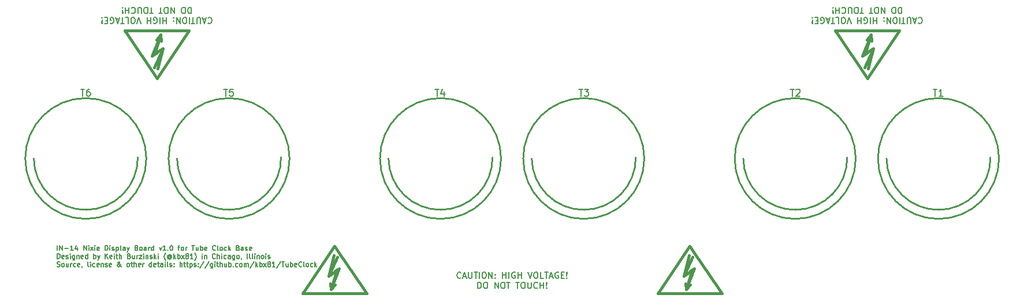
<source format=gbr>
G04 #@! TF.GenerationSoftware,KiCad,Pcbnew,(5.1.0-0)*
G04 #@! TF.CreationDate,2019-04-07T22:11:40-05:00*
G04 #@! TF.ProjectId,IN-14,494e2d31-342e-46b6-9963-61645f706362,rev?*
G04 #@! TF.SameCoordinates,Original*
G04 #@! TF.FileFunction,Legend,Top*
G04 #@! TF.FilePolarity,Positive*
%FSLAX46Y46*%
G04 Gerber Fmt 4.6, Leading zero omitted, Abs format (unit mm)*
G04 Created by KiCad (PCBNEW (5.1.0-0)) date 2019-04-07 22:11:40*
%MOMM*%
%LPD*%
G04 APERTURE LIST*
%ADD10C,0.152400*%
%ADD11C,0.127000*%
%ADD12C,0.254000*%
%ADD13C,0.381000*%
G04 APERTURE END LIST*
D10*
X208326566Y-81680050D02*
X208368900Y-81637716D01*
X208495900Y-81595383D01*
X208580566Y-81595383D01*
X208707566Y-81637716D01*
X208792233Y-81722383D01*
X208834566Y-81807050D01*
X208876900Y-81976383D01*
X208876900Y-82103383D01*
X208834566Y-82272716D01*
X208792233Y-82357383D01*
X208707566Y-82442050D01*
X208580566Y-82484383D01*
X208495900Y-82484383D01*
X208368900Y-82442050D01*
X208326566Y-82399716D01*
X207987900Y-81849383D02*
X207564566Y-81849383D01*
X208072566Y-81595383D02*
X207776233Y-82484383D01*
X207479900Y-81595383D01*
X207183566Y-82484383D02*
X207183566Y-81764716D01*
X207141233Y-81680050D01*
X207098900Y-81637716D01*
X207014233Y-81595383D01*
X206844900Y-81595383D01*
X206760233Y-81637716D01*
X206717900Y-81680050D01*
X206675566Y-81764716D01*
X206675566Y-82484383D01*
X206379233Y-82484383D02*
X205871233Y-82484383D01*
X206125233Y-81595383D02*
X206125233Y-82484383D01*
X205574900Y-81595383D02*
X205574900Y-82484383D01*
X204982233Y-82484383D02*
X204812900Y-82484383D01*
X204728233Y-82442050D01*
X204643566Y-82357383D01*
X204601233Y-82188050D01*
X204601233Y-81891716D01*
X204643566Y-81722383D01*
X204728233Y-81637716D01*
X204812900Y-81595383D01*
X204982233Y-81595383D01*
X205066900Y-81637716D01*
X205151566Y-81722383D01*
X205193900Y-81891716D01*
X205193900Y-82188050D01*
X205151566Y-82357383D01*
X205066900Y-82442050D01*
X204982233Y-82484383D01*
X204220233Y-81595383D02*
X204220233Y-82484383D01*
X203712233Y-81595383D01*
X203712233Y-82484383D01*
X203288900Y-81680050D02*
X203246566Y-81637716D01*
X203288900Y-81595383D01*
X203331233Y-81637716D01*
X203288900Y-81680050D01*
X203288900Y-81595383D01*
X203288900Y-82145716D02*
X203246566Y-82103383D01*
X203288900Y-82061050D01*
X203331233Y-82103383D01*
X203288900Y-82145716D01*
X203288900Y-82061050D01*
X202188233Y-81595383D02*
X202188233Y-82484383D01*
X202188233Y-82061050D02*
X201680233Y-82061050D01*
X201680233Y-81595383D02*
X201680233Y-82484383D01*
X201256900Y-81595383D02*
X201256900Y-82484383D01*
X200367900Y-82442050D02*
X200452566Y-82484383D01*
X200579566Y-82484383D01*
X200706566Y-82442050D01*
X200791233Y-82357383D01*
X200833566Y-82272716D01*
X200875900Y-82103383D01*
X200875900Y-81976383D01*
X200833566Y-81807050D01*
X200791233Y-81722383D01*
X200706566Y-81637716D01*
X200579566Y-81595383D01*
X200494900Y-81595383D01*
X200367900Y-81637716D01*
X200325566Y-81680050D01*
X200325566Y-81976383D01*
X200494900Y-81976383D01*
X199944566Y-81595383D02*
X199944566Y-82484383D01*
X199944566Y-82061050D02*
X199436566Y-82061050D01*
X199436566Y-81595383D02*
X199436566Y-82484383D01*
X198462900Y-82484383D02*
X198166566Y-81595383D01*
X197870233Y-82484383D01*
X197404566Y-82484383D02*
X197235233Y-82484383D01*
X197150566Y-82442050D01*
X197065900Y-82357383D01*
X197023566Y-82188050D01*
X197023566Y-81891716D01*
X197065900Y-81722383D01*
X197150566Y-81637716D01*
X197235233Y-81595383D01*
X197404566Y-81595383D01*
X197489233Y-81637716D01*
X197573900Y-81722383D01*
X197616233Y-81891716D01*
X197616233Y-82188050D01*
X197573900Y-82357383D01*
X197489233Y-82442050D01*
X197404566Y-82484383D01*
X196219233Y-81595383D02*
X196642566Y-81595383D01*
X196642566Y-82484383D01*
X196049900Y-82484383D02*
X195541900Y-82484383D01*
X195795900Y-81595383D02*
X195795900Y-82484383D01*
X195287900Y-81849383D02*
X194864566Y-81849383D01*
X195372566Y-81595383D02*
X195076233Y-82484383D01*
X194779900Y-81595383D01*
X194017900Y-82442050D02*
X194102566Y-82484383D01*
X194229566Y-82484383D01*
X194356566Y-82442050D01*
X194441233Y-82357383D01*
X194483566Y-82272716D01*
X194525900Y-82103383D01*
X194525900Y-81976383D01*
X194483566Y-81807050D01*
X194441233Y-81722383D01*
X194356566Y-81637716D01*
X194229566Y-81595383D01*
X194144900Y-81595383D01*
X194017900Y-81637716D01*
X193975566Y-81680050D01*
X193975566Y-81976383D01*
X194144900Y-81976383D01*
X193594566Y-82061050D02*
X193298233Y-82061050D01*
X193171233Y-81595383D02*
X193594566Y-81595383D01*
X193594566Y-82484383D01*
X193171233Y-82484383D01*
X192790233Y-81680050D02*
X192747900Y-81637716D01*
X192790233Y-81595383D01*
X192832566Y-81637716D01*
X192790233Y-81680050D01*
X192790233Y-81595383D01*
X192790233Y-81934050D02*
X192832566Y-82442050D01*
X192790233Y-82484383D01*
X192747900Y-82442050D01*
X192790233Y-81934050D01*
X192790233Y-82484383D01*
X205850066Y-80109483D02*
X205850066Y-80998483D01*
X205638400Y-80998483D01*
X205511400Y-80956150D01*
X205426733Y-80871483D01*
X205384400Y-80786816D01*
X205342066Y-80617483D01*
X205342066Y-80490483D01*
X205384400Y-80321150D01*
X205426733Y-80236483D01*
X205511400Y-80151816D01*
X205638400Y-80109483D01*
X205850066Y-80109483D01*
X204791733Y-80998483D02*
X204622400Y-80998483D01*
X204537733Y-80956150D01*
X204453066Y-80871483D01*
X204410733Y-80702150D01*
X204410733Y-80405816D01*
X204453066Y-80236483D01*
X204537733Y-80151816D01*
X204622400Y-80109483D01*
X204791733Y-80109483D01*
X204876400Y-80151816D01*
X204961066Y-80236483D01*
X205003400Y-80405816D01*
X205003400Y-80702150D01*
X204961066Y-80871483D01*
X204876400Y-80956150D01*
X204791733Y-80998483D01*
X203352400Y-80109483D02*
X203352400Y-80998483D01*
X202844400Y-80109483D01*
X202844400Y-80998483D01*
X202251733Y-80998483D02*
X202082400Y-80998483D01*
X201997733Y-80956150D01*
X201913066Y-80871483D01*
X201870733Y-80702150D01*
X201870733Y-80405816D01*
X201913066Y-80236483D01*
X201997733Y-80151816D01*
X202082400Y-80109483D01*
X202251733Y-80109483D01*
X202336400Y-80151816D01*
X202421066Y-80236483D01*
X202463400Y-80405816D01*
X202463400Y-80702150D01*
X202421066Y-80871483D01*
X202336400Y-80956150D01*
X202251733Y-80998483D01*
X201616733Y-80998483D02*
X201108733Y-80998483D01*
X201362733Y-80109483D02*
X201362733Y-80998483D01*
X200262066Y-80998483D02*
X199754066Y-80998483D01*
X200008066Y-80109483D02*
X200008066Y-80998483D01*
X199288400Y-80998483D02*
X199119066Y-80998483D01*
X199034400Y-80956150D01*
X198949733Y-80871483D01*
X198907400Y-80702150D01*
X198907400Y-80405816D01*
X198949733Y-80236483D01*
X199034400Y-80151816D01*
X199119066Y-80109483D01*
X199288400Y-80109483D01*
X199373066Y-80151816D01*
X199457733Y-80236483D01*
X199500066Y-80405816D01*
X199500066Y-80702150D01*
X199457733Y-80871483D01*
X199373066Y-80956150D01*
X199288400Y-80998483D01*
X198526400Y-80998483D02*
X198526400Y-80278816D01*
X198484066Y-80194150D01*
X198441733Y-80151816D01*
X198357066Y-80109483D01*
X198187733Y-80109483D01*
X198103066Y-80151816D01*
X198060733Y-80194150D01*
X198018400Y-80278816D01*
X198018400Y-80998483D01*
X197087066Y-80194150D02*
X197129400Y-80151816D01*
X197256400Y-80109483D01*
X197341066Y-80109483D01*
X197468066Y-80151816D01*
X197552733Y-80236483D01*
X197595066Y-80321150D01*
X197637400Y-80490483D01*
X197637400Y-80617483D01*
X197595066Y-80786816D01*
X197552733Y-80871483D01*
X197468066Y-80956150D01*
X197341066Y-80998483D01*
X197256400Y-80998483D01*
X197129400Y-80956150D01*
X197087066Y-80913816D01*
X196706066Y-80109483D02*
X196706066Y-80998483D01*
X196706066Y-80575150D02*
X196198066Y-80575150D01*
X196198066Y-80109483D02*
X196198066Y-80998483D01*
X195774733Y-80194150D02*
X195732400Y-80151816D01*
X195774733Y-80109483D01*
X195817066Y-80151816D01*
X195774733Y-80194150D01*
X195774733Y-80109483D01*
X195774733Y-80448150D02*
X195817066Y-80956150D01*
X195774733Y-80998483D01*
X195732400Y-80956150D01*
X195774733Y-80448150D01*
X195774733Y-80998483D01*
X141228233Y-119818150D02*
X141185900Y-119860483D01*
X141058900Y-119902816D01*
X140974233Y-119902816D01*
X140847233Y-119860483D01*
X140762566Y-119775816D01*
X140720233Y-119691150D01*
X140677900Y-119521816D01*
X140677900Y-119394816D01*
X140720233Y-119225483D01*
X140762566Y-119140816D01*
X140847233Y-119056150D01*
X140974233Y-119013816D01*
X141058900Y-119013816D01*
X141185900Y-119056150D01*
X141228233Y-119098483D01*
X141566900Y-119648816D02*
X141990233Y-119648816D01*
X141482233Y-119902816D02*
X141778566Y-119013816D01*
X142074900Y-119902816D01*
X142371233Y-119013816D02*
X142371233Y-119733483D01*
X142413566Y-119818150D01*
X142455900Y-119860483D01*
X142540566Y-119902816D01*
X142709900Y-119902816D01*
X142794566Y-119860483D01*
X142836900Y-119818150D01*
X142879233Y-119733483D01*
X142879233Y-119013816D01*
X143175566Y-119013816D02*
X143683566Y-119013816D01*
X143429566Y-119902816D02*
X143429566Y-119013816D01*
X143979900Y-119902816D02*
X143979900Y-119013816D01*
X144572566Y-119013816D02*
X144741900Y-119013816D01*
X144826566Y-119056150D01*
X144911233Y-119140816D01*
X144953566Y-119310150D01*
X144953566Y-119606483D01*
X144911233Y-119775816D01*
X144826566Y-119860483D01*
X144741900Y-119902816D01*
X144572566Y-119902816D01*
X144487900Y-119860483D01*
X144403233Y-119775816D01*
X144360900Y-119606483D01*
X144360900Y-119310150D01*
X144403233Y-119140816D01*
X144487900Y-119056150D01*
X144572566Y-119013816D01*
X145334566Y-119902816D02*
X145334566Y-119013816D01*
X145842566Y-119902816D01*
X145842566Y-119013816D01*
X146265900Y-119818150D02*
X146308233Y-119860483D01*
X146265900Y-119902816D01*
X146223566Y-119860483D01*
X146265900Y-119818150D01*
X146265900Y-119902816D01*
X146265900Y-119352483D02*
X146308233Y-119394816D01*
X146265900Y-119437150D01*
X146223566Y-119394816D01*
X146265900Y-119352483D01*
X146265900Y-119437150D01*
X147366566Y-119902816D02*
X147366566Y-119013816D01*
X147366566Y-119437150D02*
X147874566Y-119437150D01*
X147874566Y-119902816D02*
X147874566Y-119013816D01*
X148297900Y-119902816D02*
X148297900Y-119013816D01*
X149186900Y-119056150D02*
X149102233Y-119013816D01*
X148975233Y-119013816D01*
X148848233Y-119056150D01*
X148763566Y-119140816D01*
X148721233Y-119225483D01*
X148678900Y-119394816D01*
X148678900Y-119521816D01*
X148721233Y-119691150D01*
X148763566Y-119775816D01*
X148848233Y-119860483D01*
X148975233Y-119902816D01*
X149059900Y-119902816D01*
X149186900Y-119860483D01*
X149229233Y-119818150D01*
X149229233Y-119521816D01*
X149059900Y-119521816D01*
X149610233Y-119902816D02*
X149610233Y-119013816D01*
X149610233Y-119437150D02*
X150118233Y-119437150D01*
X150118233Y-119902816D02*
X150118233Y-119013816D01*
X151091900Y-119013816D02*
X151388233Y-119902816D01*
X151684566Y-119013816D01*
X152150233Y-119013816D02*
X152319566Y-119013816D01*
X152404233Y-119056150D01*
X152488900Y-119140816D01*
X152531233Y-119310150D01*
X152531233Y-119606483D01*
X152488900Y-119775816D01*
X152404233Y-119860483D01*
X152319566Y-119902816D01*
X152150233Y-119902816D01*
X152065566Y-119860483D01*
X151980900Y-119775816D01*
X151938566Y-119606483D01*
X151938566Y-119310150D01*
X151980900Y-119140816D01*
X152065566Y-119056150D01*
X152150233Y-119013816D01*
X153335566Y-119902816D02*
X152912233Y-119902816D01*
X152912233Y-119013816D01*
X153504900Y-119013816D02*
X154012900Y-119013816D01*
X153758900Y-119902816D02*
X153758900Y-119013816D01*
X154266900Y-119648816D02*
X154690233Y-119648816D01*
X154182233Y-119902816D02*
X154478566Y-119013816D01*
X154774900Y-119902816D01*
X155536900Y-119056150D02*
X155452233Y-119013816D01*
X155325233Y-119013816D01*
X155198233Y-119056150D01*
X155113566Y-119140816D01*
X155071233Y-119225483D01*
X155028900Y-119394816D01*
X155028900Y-119521816D01*
X155071233Y-119691150D01*
X155113566Y-119775816D01*
X155198233Y-119860483D01*
X155325233Y-119902816D01*
X155409900Y-119902816D01*
X155536900Y-119860483D01*
X155579233Y-119818150D01*
X155579233Y-119521816D01*
X155409900Y-119521816D01*
X155960233Y-119437150D02*
X156256566Y-119437150D01*
X156383566Y-119902816D02*
X155960233Y-119902816D01*
X155960233Y-119013816D01*
X156383566Y-119013816D01*
X156764566Y-119818150D02*
X156806900Y-119860483D01*
X156764566Y-119902816D01*
X156722233Y-119860483D01*
X156764566Y-119818150D01*
X156764566Y-119902816D01*
X156764566Y-119564150D02*
X156722233Y-119056150D01*
X156764566Y-119013816D01*
X156806900Y-119056150D01*
X156764566Y-119564150D01*
X156764566Y-119013816D01*
X143704733Y-121388716D02*
X143704733Y-120499716D01*
X143916400Y-120499716D01*
X144043400Y-120542050D01*
X144128066Y-120626716D01*
X144170400Y-120711383D01*
X144212733Y-120880716D01*
X144212733Y-121007716D01*
X144170400Y-121177050D01*
X144128066Y-121261716D01*
X144043400Y-121346383D01*
X143916400Y-121388716D01*
X143704733Y-121388716D01*
X144763066Y-120499716D02*
X144932400Y-120499716D01*
X145017066Y-120542050D01*
X145101733Y-120626716D01*
X145144066Y-120796050D01*
X145144066Y-121092383D01*
X145101733Y-121261716D01*
X145017066Y-121346383D01*
X144932400Y-121388716D01*
X144763066Y-121388716D01*
X144678400Y-121346383D01*
X144593733Y-121261716D01*
X144551400Y-121092383D01*
X144551400Y-120796050D01*
X144593733Y-120626716D01*
X144678400Y-120542050D01*
X144763066Y-120499716D01*
X146202400Y-121388716D02*
X146202400Y-120499716D01*
X146710400Y-121388716D01*
X146710400Y-120499716D01*
X147303066Y-120499716D02*
X147472400Y-120499716D01*
X147557066Y-120542050D01*
X147641733Y-120626716D01*
X147684066Y-120796050D01*
X147684066Y-121092383D01*
X147641733Y-121261716D01*
X147557066Y-121346383D01*
X147472400Y-121388716D01*
X147303066Y-121388716D01*
X147218400Y-121346383D01*
X147133733Y-121261716D01*
X147091400Y-121092383D01*
X147091400Y-120796050D01*
X147133733Y-120626716D01*
X147218400Y-120542050D01*
X147303066Y-120499716D01*
X147938066Y-120499716D02*
X148446066Y-120499716D01*
X148192066Y-121388716D02*
X148192066Y-120499716D01*
X149292733Y-120499716D02*
X149800733Y-120499716D01*
X149546733Y-121388716D02*
X149546733Y-120499716D01*
X150266400Y-120499716D02*
X150435733Y-120499716D01*
X150520400Y-120542050D01*
X150605066Y-120626716D01*
X150647400Y-120796050D01*
X150647400Y-121092383D01*
X150605066Y-121261716D01*
X150520400Y-121346383D01*
X150435733Y-121388716D01*
X150266400Y-121388716D01*
X150181733Y-121346383D01*
X150097066Y-121261716D01*
X150054733Y-121092383D01*
X150054733Y-120796050D01*
X150097066Y-120626716D01*
X150181733Y-120542050D01*
X150266400Y-120499716D01*
X151028400Y-120499716D02*
X151028400Y-121219383D01*
X151070733Y-121304050D01*
X151113066Y-121346383D01*
X151197733Y-121388716D01*
X151367066Y-121388716D01*
X151451733Y-121346383D01*
X151494066Y-121304050D01*
X151536400Y-121219383D01*
X151536400Y-120499716D01*
X152467733Y-121304050D02*
X152425400Y-121346383D01*
X152298400Y-121388716D01*
X152213733Y-121388716D01*
X152086733Y-121346383D01*
X152002066Y-121261716D01*
X151959733Y-121177050D01*
X151917400Y-121007716D01*
X151917400Y-120880716D01*
X151959733Y-120711383D01*
X152002066Y-120626716D01*
X152086733Y-120542050D01*
X152213733Y-120499716D01*
X152298400Y-120499716D01*
X152425400Y-120542050D01*
X152467733Y-120584383D01*
X152848733Y-121388716D02*
X152848733Y-120499716D01*
X152848733Y-120923050D02*
X153356733Y-120923050D01*
X153356733Y-121388716D02*
X153356733Y-120499716D01*
X153780066Y-121304050D02*
X153822400Y-121346383D01*
X153780066Y-121388716D01*
X153737733Y-121346383D01*
X153780066Y-121304050D01*
X153780066Y-121388716D01*
X153780066Y-121050050D02*
X153737733Y-120542050D01*
X153780066Y-120499716D01*
X153822400Y-120542050D01*
X153780066Y-121050050D01*
X153780066Y-120499716D01*
X104186566Y-81680050D02*
X104228900Y-81637716D01*
X104355900Y-81595383D01*
X104440566Y-81595383D01*
X104567566Y-81637716D01*
X104652233Y-81722383D01*
X104694566Y-81807050D01*
X104736900Y-81976383D01*
X104736900Y-82103383D01*
X104694566Y-82272716D01*
X104652233Y-82357383D01*
X104567566Y-82442050D01*
X104440566Y-82484383D01*
X104355900Y-82484383D01*
X104228900Y-82442050D01*
X104186566Y-82399716D01*
X103847900Y-81849383D02*
X103424566Y-81849383D01*
X103932566Y-81595383D02*
X103636233Y-82484383D01*
X103339900Y-81595383D01*
X103043566Y-82484383D02*
X103043566Y-81764716D01*
X103001233Y-81680050D01*
X102958900Y-81637716D01*
X102874233Y-81595383D01*
X102704900Y-81595383D01*
X102620233Y-81637716D01*
X102577900Y-81680050D01*
X102535566Y-81764716D01*
X102535566Y-82484383D01*
X102239233Y-82484383D02*
X101731233Y-82484383D01*
X101985233Y-81595383D02*
X101985233Y-82484383D01*
X101434900Y-81595383D02*
X101434900Y-82484383D01*
X100842233Y-82484383D02*
X100672900Y-82484383D01*
X100588233Y-82442050D01*
X100503566Y-82357383D01*
X100461233Y-82188050D01*
X100461233Y-81891716D01*
X100503566Y-81722383D01*
X100588233Y-81637716D01*
X100672900Y-81595383D01*
X100842233Y-81595383D01*
X100926900Y-81637716D01*
X101011566Y-81722383D01*
X101053900Y-81891716D01*
X101053900Y-82188050D01*
X101011566Y-82357383D01*
X100926900Y-82442050D01*
X100842233Y-82484383D01*
X100080233Y-81595383D02*
X100080233Y-82484383D01*
X99572233Y-81595383D01*
X99572233Y-82484383D01*
X99148900Y-81680050D02*
X99106566Y-81637716D01*
X99148900Y-81595383D01*
X99191233Y-81637716D01*
X99148900Y-81680050D01*
X99148900Y-81595383D01*
X99148900Y-82145716D02*
X99106566Y-82103383D01*
X99148900Y-82061050D01*
X99191233Y-82103383D01*
X99148900Y-82145716D01*
X99148900Y-82061050D01*
X98048233Y-81595383D02*
X98048233Y-82484383D01*
X98048233Y-82061050D02*
X97540233Y-82061050D01*
X97540233Y-81595383D02*
X97540233Y-82484383D01*
X97116900Y-81595383D02*
X97116900Y-82484383D01*
X96227900Y-82442050D02*
X96312566Y-82484383D01*
X96439566Y-82484383D01*
X96566566Y-82442050D01*
X96651233Y-82357383D01*
X96693566Y-82272716D01*
X96735900Y-82103383D01*
X96735900Y-81976383D01*
X96693566Y-81807050D01*
X96651233Y-81722383D01*
X96566566Y-81637716D01*
X96439566Y-81595383D01*
X96354900Y-81595383D01*
X96227900Y-81637716D01*
X96185566Y-81680050D01*
X96185566Y-81976383D01*
X96354900Y-81976383D01*
X95804566Y-81595383D02*
X95804566Y-82484383D01*
X95804566Y-82061050D02*
X95296566Y-82061050D01*
X95296566Y-81595383D02*
X95296566Y-82484383D01*
X94322900Y-82484383D02*
X94026566Y-81595383D01*
X93730233Y-82484383D01*
X93264566Y-82484383D02*
X93095233Y-82484383D01*
X93010566Y-82442050D01*
X92925900Y-82357383D01*
X92883566Y-82188050D01*
X92883566Y-81891716D01*
X92925900Y-81722383D01*
X93010566Y-81637716D01*
X93095233Y-81595383D01*
X93264566Y-81595383D01*
X93349233Y-81637716D01*
X93433900Y-81722383D01*
X93476233Y-81891716D01*
X93476233Y-82188050D01*
X93433900Y-82357383D01*
X93349233Y-82442050D01*
X93264566Y-82484383D01*
X92079233Y-81595383D02*
X92502566Y-81595383D01*
X92502566Y-82484383D01*
X91909900Y-82484383D02*
X91401900Y-82484383D01*
X91655900Y-81595383D02*
X91655900Y-82484383D01*
X91147900Y-81849383D02*
X90724566Y-81849383D01*
X91232566Y-81595383D02*
X90936233Y-82484383D01*
X90639900Y-81595383D01*
X89877900Y-82442050D02*
X89962566Y-82484383D01*
X90089566Y-82484383D01*
X90216566Y-82442050D01*
X90301233Y-82357383D01*
X90343566Y-82272716D01*
X90385900Y-82103383D01*
X90385900Y-81976383D01*
X90343566Y-81807050D01*
X90301233Y-81722383D01*
X90216566Y-81637716D01*
X90089566Y-81595383D01*
X90004900Y-81595383D01*
X89877900Y-81637716D01*
X89835566Y-81680050D01*
X89835566Y-81976383D01*
X90004900Y-81976383D01*
X89454566Y-82061050D02*
X89158233Y-82061050D01*
X89031233Y-81595383D02*
X89454566Y-81595383D01*
X89454566Y-82484383D01*
X89031233Y-82484383D01*
X88650233Y-81680050D02*
X88607900Y-81637716D01*
X88650233Y-81595383D01*
X88692566Y-81637716D01*
X88650233Y-81680050D01*
X88650233Y-81595383D01*
X88650233Y-81934050D02*
X88692566Y-82442050D01*
X88650233Y-82484383D01*
X88607900Y-82442050D01*
X88650233Y-81934050D01*
X88650233Y-82484383D01*
X101710066Y-80109483D02*
X101710066Y-80998483D01*
X101498400Y-80998483D01*
X101371400Y-80956150D01*
X101286733Y-80871483D01*
X101244400Y-80786816D01*
X101202066Y-80617483D01*
X101202066Y-80490483D01*
X101244400Y-80321150D01*
X101286733Y-80236483D01*
X101371400Y-80151816D01*
X101498400Y-80109483D01*
X101710066Y-80109483D01*
X100651733Y-80998483D02*
X100482400Y-80998483D01*
X100397733Y-80956150D01*
X100313066Y-80871483D01*
X100270733Y-80702150D01*
X100270733Y-80405816D01*
X100313066Y-80236483D01*
X100397733Y-80151816D01*
X100482400Y-80109483D01*
X100651733Y-80109483D01*
X100736400Y-80151816D01*
X100821066Y-80236483D01*
X100863400Y-80405816D01*
X100863400Y-80702150D01*
X100821066Y-80871483D01*
X100736400Y-80956150D01*
X100651733Y-80998483D01*
X99212400Y-80109483D02*
X99212400Y-80998483D01*
X98704400Y-80109483D01*
X98704400Y-80998483D01*
X98111733Y-80998483D02*
X97942400Y-80998483D01*
X97857733Y-80956150D01*
X97773066Y-80871483D01*
X97730733Y-80702150D01*
X97730733Y-80405816D01*
X97773066Y-80236483D01*
X97857733Y-80151816D01*
X97942400Y-80109483D01*
X98111733Y-80109483D01*
X98196400Y-80151816D01*
X98281066Y-80236483D01*
X98323400Y-80405816D01*
X98323400Y-80702150D01*
X98281066Y-80871483D01*
X98196400Y-80956150D01*
X98111733Y-80998483D01*
X97476733Y-80998483D02*
X96968733Y-80998483D01*
X97222733Y-80109483D02*
X97222733Y-80998483D01*
X96122066Y-80998483D02*
X95614066Y-80998483D01*
X95868066Y-80109483D02*
X95868066Y-80998483D01*
X95148400Y-80998483D02*
X94979066Y-80998483D01*
X94894400Y-80956150D01*
X94809733Y-80871483D01*
X94767400Y-80702150D01*
X94767400Y-80405816D01*
X94809733Y-80236483D01*
X94894400Y-80151816D01*
X94979066Y-80109483D01*
X95148400Y-80109483D01*
X95233066Y-80151816D01*
X95317733Y-80236483D01*
X95360066Y-80405816D01*
X95360066Y-80702150D01*
X95317733Y-80871483D01*
X95233066Y-80956150D01*
X95148400Y-80998483D01*
X94386400Y-80998483D02*
X94386400Y-80278816D01*
X94344066Y-80194150D01*
X94301733Y-80151816D01*
X94217066Y-80109483D01*
X94047733Y-80109483D01*
X93963066Y-80151816D01*
X93920733Y-80194150D01*
X93878400Y-80278816D01*
X93878400Y-80998483D01*
X92947066Y-80194150D02*
X92989400Y-80151816D01*
X93116400Y-80109483D01*
X93201066Y-80109483D01*
X93328066Y-80151816D01*
X93412733Y-80236483D01*
X93455066Y-80321150D01*
X93497400Y-80490483D01*
X93497400Y-80617483D01*
X93455066Y-80786816D01*
X93412733Y-80871483D01*
X93328066Y-80956150D01*
X93201066Y-80998483D01*
X93116400Y-80998483D01*
X92989400Y-80956150D01*
X92947066Y-80913816D01*
X92566066Y-80109483D02*
X92566066Y-80998483D01*
X92566066Y-80575150D02*
X92058066Y-80575150D01*
X92058066Y-80109483D02*
X92058066Y-80998483D01*
X91634733Y-80194150D02*
X91592400Y-80151816D01*
X91634733Y-80109483D01*
X91677066Y-80151816D01*
X91634733Y-80194150D01*
X91634733Y-80109483D01*
X91634733Y-80448150D02*
X91677066Y-80956150D01*
X91634733Y-80998483D01*
X91592400Y-80956150D01*
X91634733Y-80448150D01*
X91634733Y-80998483D01*
D11*
X82065283Y-115815533D02*
X82065283Y-115104333D01*
X82403950Y-115815533D02*
X82403950Y-115104333D01*
X82810350Y-115815533D01*
X82810350Y-115104333D01*
X83149016Y-115544600D02*
X83690883Y-115544600D01*
X84402083Y-115815533D02*
X83995683Y-115815533D01*
X84198883Y-115815533D02*
X84198883Y-115104333D01*
X84131150Y-115205933D01*
X84063416Y-115273666D01*
X83995683Y-115307533D01*
X85011683Y-115341400D02*
X85011683Y-115815533D01*
X84842350Y-115070466D02*
X84673016Y-115578466D01*
X85113283Y-115578466D01*
X85926083Y-115815533D02*
X85926083Y-115104333D01*
X86332483Y-115815533D01*
X86332483Y-115104333D01*
X86671150Y-115815533D02*
X86671150Y-115341400D01*
X86671150Y-115104333D02*
X86637283Y-115138200D01*
X86671150Y-115172066D01*
X86705016Y-115138200D01*
X86671150Y-115104333D01*
X86671150Y-115172066D01*
X86942083Y-115815533D02*
X87314616Y-115341400D01*
X86942083Y-115341400D02*
X87314616Y-115815533D01*
X87585550Y-115815533D02*
X87585550Y-115341400D01*
X87585550Y-115104333D02*
X87551683Y-115138200D01*
X87585550Y-115172066D01*
X87619416Y-115138200D01*
X87585550Y-115104333D01*
X87585550Y-115172066D01*
X88195150Y-115781666D02*
X88127416Y-115815533D01*
X87991950Y-115815533D01*
X87924216Y-115781666D01*
X87890350Y-115713933D01*
X87890350Y-115443000D01*
X87924216Y-115375266D01*
X87991950Y-115341400D01*
X88127416Y-115341400D01*
X88195150Y-115375266D01*
X88229016Y-115443000D01*
X88229016Y-115510733D01*
X87890350Y-115578466D01*
X89075683Y-115815533D02*
X89075683Y-115104333D01*
X89245016Y-115104333D01*
X89346616Y-115138200D01*
X89414350Y-115205933D01*
X89448216Y-115273666D01*
X89482083Y-115409133D01*
X89482083Y-115510733D01*
X89448216Y-115646200D01*
X89414350Y-115713933D01*
X89346616Y-115781666D01*
X89245016Y-115815533D01*
X89075683Y-115815533D01*
X89786883Y-115815533D02*
X89786883Y-115341400D01*
X89786883Y-115104333D02*
X89753016Y-115138200D01*
X89786883Y-115172066D01*
X89820750Y-115138200D01*
X89786883Y-115104333D01*
X89786883Y-115172066D01*
X90091683Y-115781666D02*
X90159416Y-115815533D01*
X90294883Y-115815533D01*
X90362616Y-115781666D01*
X90396483Y-115713933D01*
X90396483Y-115680066D01*
X90362616Y-115612333D01*
X90294883Y-115578466D01*
X90193283Y-115578466D01*
X90125550Y-115544600D01*
X90091683Y-115476866D01*
X90091683Y-115443000D01*
X90125550Y-115375266D01*
X90193283Y-115341400D01*
X90294883Y-115341400D01*
X90362616Y-115375266D01*
X90701283Y-115341400D02*
X90701283Y-116052600D01*
X90701283Y-115375266D02*
X90769016Y-115341400D01*
X90904483Y-115341400D01*
X90972216Y-115375266D01*
X91006083Y-115409133D01*
X91039950Y-115476866D01*
X91039950Y-115680066D01*
X91006083Y-115747800D01*
X90972216Y-115781666D01*
X90904483Y-115815533D01*
X90769016Y-115815533D01*
X90701283Y-115781666D01*
X91446350Y-115815533D02*
X91378616Y-115781666D01*
X91344750Y-115713933D01*
X91344750Y-115104333D01*
X92022083Y-115815533D02*
X92022083Y-115443000D01*
X91988216Y-115375266D01*
X91920483Y-115341400D01*
X91785016Y-115341400D01*
X91717283Y-115375266D01*
X92022083Y-115781666D02*
X91954350Y-115815533D01*
X91785016Y-115815533D01*
X91717283Y-115781666D01*
X91683416Y-115713933D01*
X91683416Y-115646200D01*
X91717283Y-115578466D01*
X91785016Y-115544600D01*
X91954350Y-115544600D01*
X92022083Y-115510733D01*
X92293016Y-115341400D02*
X92462350Y-115815533D01*
X92631683Y-115341400D02*
X92462350Y-115815533D01*
X92394616Y-115984866D01*
X92360750Y-116018733D01*
X92293016Y-116052600D01*
X93681550Y-115443000D02*
X93783150Y-115476866D01*
X93817016Y-115510733D01*
X93850883Y-115578466D01*
X93850883Y-115680066D01*
X93817016Y-115747800D01*
X93783150Y-115781666D01*
X93715416Y-115815533D01*
X93444483Y-115815533D01*
X93444483Y-115104333D01*
X93681550Y-115104333D01*
X93749283Y-115138200D01*
X93783150Y-115172066D01*
X93817016Y-115239800D01*
X93817016Y-115307533D01*
X93783150Y-115375266D01*
X93749283Y-115409133D01*
X93681550Y-115443000D01*
X93444483Y-115443000D01*
X94257283Y-115815533D02*
X94189550Y-115781666D01*
X94155683Y-115747800D01*
X94121816Y-115680066D01*
X94121816Y-115476866D01*
X94155683Y-115409133D01*
X94189550Y-115375266D01*
X94257283Y-115341400D01*
X94358883Y-115341400D01*
X94426616Y-115375266D01*
X94460483Y-115409133D01*
X94494350Y-115476866D01*
X94494350Y-115680066D01*
X94460483Y-115747800D01*
X94426616Y-115781666D01*
X94358883Y-115815533D01*
X94257283Y-115815533D01*
X95103950Y-115815533D02*
X95103950Y-115443000D01*
X95070083Y-115375266D01*
X95002350Y-115341400D01*
X94866883Y-115341400D01*
X94799150Y-115375266D01*
X95103950Y-115781666D02*
X95036216Y-115815533D01*
X94866883Y-115815533D01*
X94799150Y-115781666D01*
X94765283Y-115713933D01*
X94765283Y-115646200D01*
X94799150Y-115578466D01*
X94866883Y-115544600D01*
X95036216Y-115544600D01*
X95103950Y-115510733D01*
X95442616Y-115815533D02*
X95442616Y-115341400D01*
X95442616Y-115476866D02*
X95476483Y-115409133D01*
X95510350Y-115375266D01*
X95578083Y-115341400D01*
X95645816Y-115341400D01*
X96187683Y-115815533D02*
X96187683Y-115104333D01*
X96187683Y-115781666D02*
X96119950Y-115815533D01*
X95984483Y-115815533D01*
X95916750Y-115781666D01*
X95882883Y-115747800D01*
X95849016Y-115680066D01*
X95849016Y-115476866D01*
X95882883Y-115409133D01*
X95916750Y-115375266D01*
X95984483Y-115341400D01*
X96119950Y-115341400D01*
X96187683Y-115375266D01*
X97000483Y-115341400D02*
X97169816Y-115815533D01*
X97339150Y-115341400D01*
X97982616Y-115815533D02*
X97576216Y-115815533D01*
X97779416Y-115815533D02*
X97779416Y-115104333D01*
X97711683Y-115205933D01*
X97643950Y-115273666D01*
X97576216Y-115307533D01*
X98287416Y-115747800D02*
X98321283Y-115781666D01*
X98287416Y-115815533D01*
X98253550Y-115781666D01*
X98287416Y-115747800D01*
X98287416Y-115815533D01*
X98761550Y-115104333D02*
X98829283Y-115104333D01*
X98897016Y-115138200D01*
X98930883Y-115172066D01*
X98964750Y-115239800D01*
X98998616Y-115375266D01*
X98998616Y-115544600D01*
X98964750Y-115680066D01*
X98930883Y-115747800D01*
X98897016Y-115781666D01*
X98829283Y-115815533D01*
X98761550Y-115815533D01*
X98693816Y-115781666D01*
X98659950Y-115747800D01*
X98626083Y-115680066D01*
X98592216Y-115544600D01*
X98592216Y-115375266D01*
X98626083Y-115239800D01*
X98659950Y-115172066D01*
X98693816Y-115138200D01*
X98761550Y-115104333D01*
X99743683Y-115341400D02*
X100014616Y-115341400D01*
X99845283Y-115815533D02*
X99845283Y-115205933D01*
X99879150Y-115138200D01*
X99946883Y-115104333D01*
X100014616Y-115104333D01*
X100353283Y-115815533D02*
X100285550Y-115781666D01*
X100251683Y-115747800D01*
X100217816Y-115680066D01*
X100217816Y-115476866D01*
X100251683Y-115409133D01*
X100285550Y-115375266D01*
X100353283Y-115341400D01*
X100454883Y-115341400D01*
X100522616Y-115375266D01*
X100556483Y-115409133D01*
X100590350Y-115476866D01*
X100590350Y-115680066D01*
X100556483Y-115747800D01*
X100522616Y-115781666D01*
X100454883Y-115815533D01*
X100353283Y-115815533D01*
X100895150Y-115815533D02*
X100895150Y-115341400D01*
X100895150Y-115476866D02*
X100929016Y-115409133D01*
X100962883Y-115375266D01*
X101030616Y-115341400D01*
X101098350Y-115341400D01*
X101775683Y-115104333D02*
X102182083Y-115104333D01*
X101978883Y-115815533D02*
X101978883Y-115104333D01*
X102723950Y-115341400D02*
X102723950Y-115815533D01*
X102419150Y-115341400D02*
X102419150Y-115713933D01*
X102453016Y-115781666D01*
X102520750Y-115815533D01*
X102622350Y-115815533D01*
X102690083Y-115781666D01*
X102723950Y-115747800D01*
X103062616Y-115815533D02*
X103062616Y-115104333D01*
X103062616Y-115375266D02*
X103130350Y-115341400D01*
X103265816Y-115341400D01*
X103333550Y-115375266D01*
X103367416Y-115409133D01*
X103401283Y-115476866D01*
X103401283Y-115680066D01*
X103367416Y-115747800D01*
X103333550Y-115781666D01*
X103265816Y-115815533D01*
X103130350Y-115815533D01*
X103062616Y-115781666D01*
X103977016Y-115781666D02*
X103909283Y-115815533D01*
X103773816Y-115815533D01*
X103706083Y-115781666D01*
X103672216Y-115713933D01*
X103672216Y-115443000D01*
X103706083Y-115375266D01*
X103773816Y-115341400D01*
X103909283Y-115341400D01*
X103977016Y-115375266D01*
X104010883Y-115443000D01*
X104010883Y-115510733D01*
X103672216Y-115578466D01*
X105263950Y-115747800D02*
X105230083Y-115781666D01*
X105128483Y-115815533D01*
X105060750Y-115815533D01*
X104959150Y-115781666D01*
X104891416Y-115713933D01*
X104857550Y-115646200D01*
X104823683Y-115510733D01*
X104823683Y-115409133D01*
X104857550Y-115273666D01*
X104891416Y-115205933D01*
X104959150Y-115138200D01*
X105060750Y-115104333D01*
X105128483Y-115104333D01*
X105230083Y-115138200D01*
X105263950Y-115172066D01*
X105670350Y-115815533D02*
X105602616Y-115781666D01*
X105568750Y-115713933D01*
X105568750Y-115104333D01*
X106042883Y-115815533D02*
X105975150Y-115781666D01*
X105941283Y-115747800D01*
X105907416Y-115680066D01*
X105907416Y-115476866D01*
X105941283Y-115409133D01*
X105975150Y-115375266D01*
X106042883Y-115341400D01*
X106144483Y-115341400D01*
X106212216Y-115375266D01*
X106246083Y-115409133D01*
X106279950Y-115476866D01*
X106279950Y-115680066D01*
X106246083Y-115747800D01*
X106212216Y-115781666D01*
X106144483Y-115815533D01*
X106042883Y-115815533D01*
X106889550Y-115781666D02*
X106821816Y-115815533D01*
X106686350Y-115815533D01*
X106618616Y-115781666D01*
X106584750Y-115747800D01*
X106550883Y-115680066D01*
X106550883Y-115476866D01*
X106584750Y-115409133D01*
X106618616Y-115375266D01*
X106686350Y-115341400D01*
X106821816Y-115341400D01*
X106889550Y-115375266D01*
X107194350Y-115815533D02*
X107194350Y-115104333D01*
X107262083Y-115544600D02*
X107465283Y-115815533D01*
X107465283Y-115341400D02*
X107194350Y-115612333D01*
X108549016Y-115443000D02*
X108650616Y-115476866D01*
X108684483Y-115510733D01*
X108718350Y-115578466D01*
X108718350Y-115680066D01*
X108684483Y-115747800D01*
X108650616Y-115781666D01*
X108582883Y-115815533D01*
X108311950Y-115815533D01*
X108311950Y-115104333D01*
X108549016Y-115104333D01*
X108616750Y-115138200D01*
X108650616Y-115172066D01*
X108684483Y-115239800D01*
X108684483Y-115307533D01*
X108650616Y-115375266D01*
X108616750Y-115409133D01*
X108549016Y-115443000D01*
X108311950Y-115443000D01*
X109327950Y-115815533D02*
X109327950Y-115443000D01*
X109294083Y-115375266D01*
X109226350Y-115341400D01*
X109090883Y-115341400D01*
X109023150Y-115375266D01*
X109327950Y-115781666D02*
X109260216Y-115815533D01*
X109090883Y-115815533D01*
X109023150Y-115781666D01*
X108989283Y-115713933D01*
X108989283Y-115646200D01*
X109023150Y-115578466D01*
X109090883Y-115544600D01*
X109260216Y-115544600D01*
X109327950Y-115510733D01*
X109632750Y-115781666D02*
X109700483Y-115815533D01*
X109835950Y-115815533D01*
X109903683Y-115781666D01*
X109937550Y-115713933D01*
X109937550Y-115680066D01*
X109903683Y-115612333D01*
X109835950Y-115578466D01*
X109734350Y-115578466D01*
X109666616Y-115544600D01*
X109632750Y-115476866D01*
X109632750Y-115443000D01*
X109666616Y-115375266D01*
X109734350Y-115341400D01*
X109835950Y-115341400D01*
X109903683Y-115375266D01*
X110513283Y-115781666D02*
X110445550Y-115815533D01*
X110310083Y-115815533D01*
X110242350Y-115781666D01*
X110208483Y-115713933D01*
X110208483Y-115443000D01*
X110242350Y-115375266D01*
X110310083Y-115341400D01*
X110445550Y-115341400D01*
X110513283Y-115375266D01*
X110547150Y-115443000D01*
X110547150Y-115510733D01*
X110208483Y-115578466D01*
X82065283Y-117009333D02*
X82065283Y-116298133D01*
X82234616Y-116298133D01*
X82336216Y-116332000D01*
X82403950Y-116399733D01*
X82437816Y-116467466D01*
X82471683Y-116602933D01*
X82471683Y-116704533D01*
X82437816Y-116840000D01*
X82403950Y-116907733D01*
X82336216Y-116975466D01*
X82234616Y-117009333D01*
X82065283Y-117009333D01*
X83047416Y-116975466D02*
X82979683Y-117009333D01*
X82844216Y-117009333D01*
X82776483Y-116975466D01*
X82742616Y-116907733D01*
X82742616Y-116636800D01*
X82776483Y-116569066D01*
X82844216Y-116535200D01*
X82979683Y-116535200D01*
X83047416Y-116569066D01*
X83081283Y-116636800D01*
X83081283Y-116704533D01*
X82742616Y-116772266D01*
X83352216Y-116975466D02*
X83419950Y-117009333D01*
X83555416Y-117009333D01*
X83623150Y-116975466D01*
X83657016Y-116907733D01*
X83657016Y-116873866D01*
X83623150Y-116806133D01*
X83555416Y-116772266D01*
X83453816Y-116772266D01*
X83386083Y-116738400D01*
X83352216Y-116670666D01*
X83352216Y-116636800D01*
X83386083Y-116569066D01*
X83453816Y-116535200D01*
X83555416Y-116535200D01*
X83623150Y-116569066D01*
X83961816Y-117009333D02*
X83961816Y-116535200D01*
X83961816Y-116298133D02*
X83927950Y-116332000D01*
X83961816Y-116365866D01*
X83995683Y-116332000D01*
X83961816Y-116298133D01*
X83961816Y-116365866D01*
X84605283Y-116535200D02*
X84605283Y-117110933D01*
X84571416Y-117178666D01*
X84537550Y-117212533D01*
X84469816Y-117246400D01*
X84368216Y-117246400D01*
X84300483Y-117212533D01*
X84605283Y-116975466D02*
X84537550Y-117009333D01*
X84402083Y-117009333D01*
X84334350Y-116975466D01*
X84300483Y-116941600D01*
X84266616Y-116873866D01*
X84266616Y-116670666D01*
X84300483Y-116602933D01*
X84334350Y-116569066D01*
X84402083Y-116535200D01*
X84537550Y-116535200D01*
X84605283Y-116569066D01*
X84943950Y-116535200D02*
X84943950Y-117009333D01*
X84943950Y-116602933D02*
X84977816Y-116569066D01*
X85045550Y-116535200D01*
X85147150Y-116535200D01*
X85214883Y-116569066D01*
X85248750Y-116636800D01*
X85248750Y-117009333D01*
X85858350Y-116975466D02*
X85790616Y-117009333D01*
X85655150Y-117009333D01*
X85587416Y-116975466D01*
X85553550Y-116907733D01*
X85553550Y-116636800D01*
X85587416Y-116569066D01*
X85655150Y-116535200D01*
X85790616Y-116535200D01*
X85858350Y-116569066D01*
X85892216Y-116636800D01*
X85892216Y-116704533D01*
X85553550Y-116772266D01*
X86501816Y-117009333D02*
X86501816Y-116298133D01*
X86501816Y-116975466D02*
X86434083Y-117009333D01*
X86298616Y-117009333D01*
X86230883Y-116975466D01*
X86197016Y-116941600D01*
X86163150Y-116873866D01*
X86163150Y-116670666D01*
X86197016Y-116602933D01*
X86230883Y-116569066D01*
X86298616Y-116535200D01*
X86434083Y-116535200D01*
X86501816Y-116569066D01*
X87382350Y-117009333D02*
X87382350Y-116298133D01*
X87382350Y-116569066D02*
X87450083Y-116535200D01*
X87585550Y-116535200D01*
X87653283Y-116569066D01*
X87687150Y-116602933D01*
X87721016Y-116670666D01*
X87721016Y-116873866D01*
X87687150Y-116941600D01*
X87653283Y-116975466D01*
X87585550Y-117009333D01*
X87450083Y-117009333D01*
X87382350Y-116975466D01*
X87958083Y-116535200D02*
X88127416Y-117009333D01*
X88296750Y-116535200D02*
X88127416Y-117009333D01*
X88059683Y-117178666D01*
X88025816Y-117212533D01*
X87958083Y-117246400D01*
X89109550Y-117009333D02*
X89109550Y-116298133D01*
X89515950Y-117009333D02*
X89211150Y-116602933D01*
X89515950Y-116298133D02*
X89109550Y-116704533D01*
X90091683Y-116975466D02*
X90023950Y-117009333D01*
X89888483Y-117009333D01*
X89820750Y-116975466D01*
X89786883Y-116907733D01*
X89786883Y-116636800D01*
X89820750Y-116569066D01*
X89888483Y-116535200D01*
X90023950Y-116535200D01*
X90091683Y-116569066D01*
X90125550Y-116636800D01*
X90125550Y-116704533D01*
X89786883Y-116772266D01*
X90430350Y-117009333D02*
X90430350Y-116535200D01*
X90430350Y-116298133D02*
X90396483Y-116332000D01*
X90430350Y-116365866D01*
X90464216Y-116332000D01*
X90430350Y-116298133D01*
X90430350Y-116365866D01*
X90667416Y-116535200D02*
X90938350Y-116535200D01*
X90769016Y-116298133D02*
X90769016Y-116907733D01*
X90802883Y-116975466D01*
X90870616Y-117009333D01*
X90938350Y-117009333D01*
X91175416Y-117009333D02*
X91175416Y-116298133D01*
X91480216Y-117009333D02*
X91480216Y-116636800D01*
X91446350Y-116569066D01*
X91378616Y-116535200D01*
X91277016Y-116535200D01*
X91209283Y-116569066D01*
X91175416Y-116602933D01*
X92597816Y-116636800D02*
X92699416Y-116670666D01*
X92733283Y-116704533D01*
X92767150Y-116772266D01*
X92767150Y-116873866D01*
X92733283Y-116941600D01*
X92699416Y-116975466D01*
X92631683Y-117009333D01*
X92360750Y-117009333D01*
X92360750Y-116298133D01*
X92597816Y-116298133D01*
X92665550Y-116332000D01*
X92699416Y-116365866D01*
X92733283Y-116433600D01*
X92733283Y-116501333D01*
X92699416Y-116569066D01*
X92665550Y-116602933D01*
X92597816Y-116636800D01*
X92360750Y-116636800D01*
X93376750Y-116535200D02*
X93376750Y-117009333D01*
X93071950Y-116535200D02*
X93071950Y-116907733D01*
X93105816Y-116975466D01*
X93173550Y-117009333D01*
X93275150Y-117009333D01*
X93342883Y-116975466D01*
X93376750Y-116941600D01*
X93715416Y-117009333D02*
X93715416Y-116535200D01*
X93715416Y-116670666D02*
X93749283Y-116602933D01*
X93783150Y-116569066D01*
X93850883Y-116535200D01*
X93918616Y-116535200D01*
X94087950Y-116535200D02*
X94460483Y-116535200D01*
X94087950Y-117009333D01*
X94460483Y-117009333D01*
X94731416Y-117009333D02*
X94731416Y-116535200D01*
X94731416Y-116298133D02*
X94697550Y-116332000D01*
X94731416Y-116365866D01*
X94765283Y-116332000D01*
X94731416Y-116298133D01*
X94731416Y-116365866D01*
X95070083Y-116535200D02*
X95070083Y-117009333D01*
X95070083Y-116602933D02*
X95103950Y-116569066D01*
X95171683Y-116535200D01*
X95273283Y-116535200D01*
X95341016Y-116569066D01*
X95374883Y-116636800D01*
X95374883Y-117009333D01*
X95679683Y-116975466D02*
X95747416Y-117009333D01*
X95882883Y-117009333D01*
X95950616Y-116975466D01*
X95984483Y-116907733D01*
X95984483Y-116873866D01*
X95950616Y-116806133D01*
X95882883Y-116772266D01*
X95781283Y-116772266D01*
X95713550Y-116738400D01*
X95679683Y-116670666D01*
X95679683Y-116636800D01*
X95713550Y-116569066D01*
X95781283Y-116535200D01*
X95882883Y-116535200D01*
X95950616Y-116569066D01*
X96289283Y-117009333D02*
X96289283Y-116298133D01*
X96357016Y-116738400D02*
X96560216Y-117009333D01*
X96560216Y-116535200D02*
X96289283Y-116806133D01*
X96865016Y-117009333D02*
X96865016Y-116535200D01*
X96865016Y-116298133D02*
X96831150Y-116332000D01*
X96865016Y-116365866D01*
X96898883Y-116332000D01*
X96865016Y-116298133D01*
X96865016Y-116365866D01*
X97948750Y-117280266D02*
X97914883Y-117246400D01*
X97847150Y-117144800D01*
X97813283Y-117077066D01*
X97779416Y-116975466D01*
X97745550Y-116806133D01*
X97745550Y-116670666D01*
X97779416Y-116501333D01*
X97813283Y-116399733D01*
X97847150Y-116332000D01*
X97914883Y-116230400D01*
X97948750Y-116196533D01*
X98659950Y-116670666D02*
X98626083Y-116636800D01*
X98558350Y-116602933D01*
X98490616Y-116602933D01*
X98422883Y-116636800D01*
X98389016Y-116670666D01*
X98355150Y-116738400D01*
X98355150Y-116806133D01*
X98389016Y-116873866D01*
X98422883Y-116907733D01*
X98490616Y-116941600D01*
X98558350Y-116941600D01*
X98626083Y-116907733D01*
X98659950Y-116873866D01*
X98659950Y-116602933D02*
X98659950Y-116873866D01*
X98693816Y-116907733D01*
X98727683Y-116907733D01*
X98795416Y-116873866D01*
X98829283Y-116806133D01*
X98829283Y-116636800D01*
X98761550Y-116535200D01*
X98659950Y-116467466D01*
X98524483Y-116433600D01*
X98389016Y-116467466D01*
X98287416Y-116535200D01*
X98219683Y-116636800D01*
X98185816Y-116772266D01*
X98219683Y-116907733D01*
X98287416Y-117009333D01*
X98389016Y-117077066D01*
X98524483Y-117110933D01*
X98659950Y-117077066D01*
X98761550Y-117009333D01*
X99134083Y-117009333D02*
X99134083Y-116298133D01*
X99201816Y-116738400D02*
X99405016Y-117009333D01*
X99405016Y-116535200D02*
X99134083Y-116806133D01*
X99709816Y-117009333D02*
X99709816Y-116298133D01*
X99709816Y-116569066D02*
X99777550Y-116535200D01*
X99913016Y-116535200D01*
X99980750Y-116569066D01*
X100014616Y-116602933D01*
X100048483Y-116670666D01*
X100048483Y-116873866D01*
X100014616Y-116941600D01*
X99980750Y-116975466D01*
X99913016Y-117009333D01*
X99777550Y-117009333D01*
X99709816Y-116975466D01*
X100285550Y-117009333D02*
X100658083Y-116535200D01*
X100285550Y-116535200D02*
X100658083Y-117009333D01*
X101030616Y-116602933D02*
X100962883Y-116569066D01*
X100929016Y-116535200D01*
X100895150Y-116467466D01*
X100895150Y-116433600D01*
X100929016Y-116365866D01*
X100962883Y-116332000D01*
X101030616Y-116298133D01*
X101166083Y-116298133D01*
X101233816Y-116332000D01*
X101267683Y-116365866D01*
X101301550Y-116433600D01*
X101301550Y-116467466D01*
X101267683Y-116535200D01*
X101233816Y-116569066D01*
X101166083Y-116602933D01*
X101030616Y-116602933D01*
X100962883Y-116636800D01*
X100929016Y-116670666D01*
X100895150Y-116738400D01*
X100895150Y-116873866D01*
X100929016Y-116941600D01*
X100962883Y-116975466D01*
X101030616Y-117009333D01*
X101166083Y-117009333D01*
X101233816Y-116975466D01*
X101267683Y-116941600D01*
X101301550Y-116873866D01*
X101301550Y-116738400D01*
X101267683Y-116670666D01*
X101233816Y-116636800D01*
X101166083Y-116602933D01*
X101978883Y-117009333D02*
X101572483Y-117009333D01*
X101775683Y-117009333D02*
X101775683Y-116298133D01*
X101707950Y-116399733D01*
X101640216Y-116467466D01*
X101572483Y-116501333D01*
X102215950Y-117280266D02*
X102249816Y-117246400D01*
X102317550Y-117144800D01*
X102351416Y-117077066D01*
X102385283Y-116975466D01*
X102419150Y-116806133D01*
X102419150Y-116670666D01*
X102385283Y-116501333D01*
X102351416Y-116399733D01*
X102317550Y-116332000D01*
X102249816Y-116230400D01*
X102215950Y-116196533D01*
X103299683Y-117009333D02*
X103299683Y-116535200D01*
X103299683Y-116298133D02*
X103265816Y-116332000D01*
X103299683Y-116365866D01*
X103333550Y-116332000D01*
X103299683Y-116298133D01*
X103299683Y-116365866D01*
X103638350Y-116535200D02*
X103638350Y-117009333D01*
X103638350Y-116602933D02*
X103672216Y-116569066D01*
X103739950Y-116535200D01*
X103841550Y-116535200D01*
X103909283Y-116569066D01*
X103943150Y-116636800D01*
X103943150Y-117009333D01*
X105230083Y-116941600D02*
X105196216Y-116975466D01*
X105094616Y-117009333D01*
X105026883Y-117009333D01*
X104925283Y-116975466D01*
X104857550Y-116907733D01*
X104823683Y-116840000D01*
X104789816Y-116704533D01*
X104789816Y-116602933D01*
X104823683Y-116467466D01*
X104857550Y-116399733D01*
X104925283Y-116332000D01*
X105026883Y-116298133D01*
X105094616Y-116298133D01*
X105196216Y-116332000D01*
X105230083Y-116365866D01*
X105534883Y-117009333D02*
X105534883Y-116298133D01*
X105839683Y-117009333D02*
X105839683Y-116636800D01*
X105805816Y-116569066D01*
X105738083Y-116535200D01*
X105636483Y-116535200D01*
X105568750Y-116569066D01*
X105534883Y-116602933D01*
X106178350Y-117009333D02*
X106178350Y-116535200D01*
X106178350Y-116298133D02*
X106144483Y-116332000D01*
X106178350Y-116365866D01*
X106212216Y-116332000D01*
X106178350Y-116298133D01*
X106178350Y-116365866D01*
X106821816Y-116975466D02*
X106754083Y-117009333D01*
X106618616Y-117009333D01*
X106550883Y-116975466D01*
X106517016Y-116941600D01*
X106483150Y-116873866D01*
X106483150Y-116670666D01*
X106517016Y-116602933D01*
X106550883Y-116569066D01*
X106618616Y-116535200D01*
X106754083Y-116535200D01*
X106821816Y-116569066D01*
X107431416Y-117009333D02*
X107431416Y-116636800D01*
X107397550Y-116569066D01*
X107329816Y-116535200D01*
X107194350Y-116535200D01*
X107126616Y-116569066D01*
X107431416Y-116975466D02*
X107363683Y-117009333D01*
X107194350Y-117009333D01*
X107126616Y-116975466D01*
X107092750Y-116907733D01*
X107092750Y-116840000D01*
X107126616Y-116772266D01*
X107194350Y-116738400D01*
X107363683Y-116738400D01*
X107431416Y-116704533D01*
X108074883Y-116535200D02*
X108074883Y-117110933D01*
X108041016Y-117178666D01*
X108007150Y-117212533D01*
X107939416Y-117246400D01*
X107837816Y-117246400D01*
X107770083Y-117212533D01*
X108074883Y-116975466D02*
X108007150Y-117009333D01*
X107871683Y-117009333D01*
X107803950Y-116975466D01*
X107770083Y-116941600D01*
X107736216Y-116873866D01*
X107736216Y-116670666D01*
X107770083Y-116602933D01*
X107803950Y-116569066D01*
X107871683Y-116535200D01*
X108007150Y-116535200D01*
X108074883Y-116569066D01*
X108515150Y-117009333D02*
X108447416Y-116975466D01*
X108413550Y-116941600D01*
X108379683Y-116873866D01*
X108379683Y-116670666D01*
X108413550Y-116602933D01*
X108447416Y-116569066D01*
X108515150Y-116535200D01*
X108616750Y-116535200D01*
X108684483Y-116569066D01*
X108718350Y-116602933D01*
X108752216Y-116670666D01*
X108752216Y-116873866D01*
X108718350Y-116941600D01*
X108684483Y-116975466D01*
X108616750Y-117009333D01*
X108515150Y-117009333D01*
X109090883Y-116975466D02*
X109090883Y-117009333D01*
X109057016Y-117077066D01*
X109023150Y-117110933D01*
X109937550Y-117009333D02*
X109937550Y-116298133D01*
X110377816Y-117009333D02*
X110310083Y-116975466D01*
X110276216Y-116907733D01*
X110276216Y-116298133D01*
X110750350Y-117009333D02*
X110682616Y-116975466D01*
X110648750Y-116907733D01*
X110648750Y-116298133D01*
X111021283Y-117009333D02*
X111021283Y-116535200D01*
X111021283Y-116298133D02*
X110987416Y-116332000D01*
X111021283Y-116365866D01*
X111055150Y-116332000D01*
X111021283Y-116298133D01*
X111021283Y-116365866D01*
X111359950Y-116535200D02*
X111359950Y-117009333D01*
X111359950Y-116602933D02*
X111393816Y-116569066D01*
X111461550Y-116535200D01*
X111563150Y-116535200D01*
X111630883Y-116569066D01*
X111664750Y-116636800D01*
X111664750Y-117009333D01*
X112105016Y-117009333D02*
X112037283Y-116975466D01*
X112003416Y-116941600D01*
X111969550Y-116873866D01*
X111969550Y-116670666D01*
X112003416Y-116602933D01*
X112037283Y-116569066D01*
X112105016Y-116535200D01*
X112206616Y-116535200D01*
X112274350Y-116569066D01*
X112308216Y-116602933D01*
X112342083Y-116670666D01*
X112342083Y-116873866D01*
X112308216Y-116941600D01*
X112274350Y-116975466D01*
X112206616Y-117009333D01*
X112105016Y-117009333D01*
X112646883Y-117009333D02*
X112646883Y-116535200D01*
X112646883Y-116298133D02*
X112613016Y-116332000D01*
X112646883Y-116365866D01*
X112680750Y-116332000D01*
X112646883Y-116298133D01*
X112646883Y-116365866D01*
X112951683Y-116975466D02*
X113019416Y-117009333D01*
X113154883Y-117009333D01*
X113222616Y-116975466D01*
X113256483Y-116907733D01*
X113256483Y-116873866D01*
X113222616Y-116806133D01*
X113154883Y-116772266D01*
X113053283Y-116772266D01*
X112985550Y-116738400D01*
X112951683Y-116670666D01*
X112951683Y-116636800D01*
X112985550Y-116569066D01*
X113053283Y-116535200D01*
X113154883Y-116535200D01*
X113222616Y-116569066D01*
X82031416Y-118169266D02*
X82133016Y-118203133D01*
X82302350Y-118203133D01*
X82370083Y-118169266D01*
X82403950Y-118135400D01*
X82437816Y-118067666D01*
X82437816Y-117999933D01*
X82403950Y-117932200D01*
X82370083Y-117898333D01*
X82302350Y-117864466D01*
X82166883Y-117830600D01*
X82099150Y-117796733D01*
X82065283Y-117762866D01*
X82031416Y-117695133D01*
X82031416Y-117627400D01*
X82065283Y-117559666D01*
X82099150Y-117525800D01*
X82166883Y-117491933D01*
X82336216Y-117491933D01*
X82437816Y-117525800D01*
X82844216Y-118203133D02*
X82776483Y-118169266D01*
X82742616Y-118135400D01*
X82708750Y-118067666D01*
X82708750Y-117864466D01*
X82742616Y-117796733D01*
X82776483Y-117762866D01*
X82844216Y-117729000D01*
X82945816Y-117729000D01*
X83013550Y-117762866D01*
X83047416Y-117796733D01*
X83081283Y-117864466D01*
X83081283Y-118067666D01*
X83047416Y-118135400D01*
X83013550Y-118169266D01*
X82945816Y-118203133D01*
X82844216Y-118203133D01*
X83690883Y-117729000D02*
X83690883Y-118203133D01*
X83386083Y-117729000D02*
X83386083Y-118101533D01*
X83419950Y-118169266D01*
X83487683Y-118203133D01*
X83589283Y-118203133D01*
X83657016Y-118169266D01*
X83690883Y-118135400D01*
X84029550Y-118203133D02*
X84029550Y-117729000D01*
X84029550Y-117864466D02*
X84063416Y-117796733D01*
X84097283Y-117762866D01*
X84165016Y-117729000D01*
X84232750Y-117729000D01*
X84774616Y-118169266D02*
X84706883Y-118203133D01*
X84571416Y-118203133D01*
X84503683Y-118169266D01*
X84469816Y-118135400D01*
X84435950Y-118067666D01*
X84435950Y-117864466D01*
X84469816Y-117796733D01*
X84503683Y-117762866D01*
X84571416Y-117729000D01*
X84706883Y-117729000D01*
X84774616Y-117762866D01*
X85350350Y-118169266D02*
X85282616Y-118203133D01*
X85147150Y-118203133D01*
X85079416Y-118169266D01*
X85045550Y-118101533D01*
X85045550Y-117830600D01*
X85079416Y-117762866D01*
X85147150Y-117729000D01*
X85282616Y-117729000D01*
X85350350Y-117762866D01*
X85384216Y-117830600D01*
X85384216Y-117898333D01*
X85045550Y-117966066D01*
X85722883Y-118169266D02*
X85722883Y-118203133D01*
X85689016Y-118270866D01*
X85655150Y-118304733D01*
X86671150Y-118203133D02*
X86603416Y-118169266D01*
X86569550Y-118101533D01*
X86569550Y-117491933D01*
X86942083Y-118203133D02*
X86942083Y-117729000D01*
X86942083Y-117491933D02*
X86908216Y-117525800D01*
X86942083Y-117559666D01*
X86975950Y-117525800D01*
X86942083Y-117491933D01*
X86942083Y-117559666D01*
X87585550Y-118169266D02*
X87517816Y-118203133D01*
X87382350Y-118203133D01*
X87314616Y-118169266D01*
X87280750Y-118135400D01*
X87246883Y-118067666D01*
X87246883Y-117864466D01*
X87280750Y-117796733D01*
X87314616Y-117762866D01*
X87382350Y-117729000D01*
X87517816Y-117729000D01*
X87585550Y-117762866D01*
X88161283Y-118169266D02*
X88093550Y-118203133D01*
X87958083Y-118203133D01*
X87890350Y-118169266D01*
X87856483Y-118101533D01*
X87856483Y-117830600D01*
X87890350Y-117762866D01*
X87958083Y-117729000D01*
X88093550Y-117729000D01*
X88161283Y-117762866D01*
X88195150Y-117830600D01*
X88195150Y-117898333D01*
X87856483Y-117966066D01*
X88499950Y-117729000D02*
X88499950Y-118203133D01*
X88499950Y-117796733D02*
X88533816Y-117762866D01*
X88601550Y-117729000D01*
X88703150Y-117729000D01*
X88770883Y-117762866D01*
X88804750Y-117830600D01*
X88804750Y-118203133D01*
X89109550Y-118169266D02*
X89177283Y-118203133D01*
X89312750Y-118203133D01*
X89380483Y-118169266D01*
X89414350Y-118101533D01*
X89414350Y-118067666D01*
X89380483Y-117999933D01*
X89312750Y-117966066D01*
X89211150Y-117966066D01*
X89143416Y-117932200D01*
X89109550Y-117864466D01*
X89109550Y-117830600D01*
X89143416Y-117762866D01*
X89211150Y-117729000D01*
X89312750Y-117729000D01*
X89380483Y-117762866D01*
X89990083Y-118169266D02*
X89922350Y-118203133D01*
X89786883Y-118203133D01*
X89719150Y-118169266D01*
X89685283Y-118101533D01*
X89685283Y-117830600D01*
X89719150Y-117762866D01*
X89786883Y-117729000D01*
X89922350Y-117729000D01*
X89990083Y-117762866D01*
X90023950Y-117830600D01*
X90023950Y-117898333D01*
X89685283Y-117966066D01*
X91446350Y-118203133D02*
X91412483Y-118203133D01*
X91344750Y-118169266D01*
X91243150Y-118067666D01*
X91073816Y-117864466D01*
X91006083Y-117762866D01*
X90972216Y-117661266D01*
X90972216Y-117593533D01*
X91006083Y-117525800D01*
X91073816Y-117491933D01*
X91107683Y-117491933D01*
X91175416Y-117525800D01*
X91209283Y-117593533D01*
X91209283Y-117627400D01*
X91175416Y-117695133D01*
X91141550Y-117729000D01*
X90938350Y-117864466D01*
X90904483Y-117898333D01*
X90870616Y-117966066D01*
X90870616Y-118067666D01*
X90904483Y-118135400D01*
X90938350Y-118169266D01*
X91006083Y-118203133D01*
X91107683Y-118203133D01*
X91175416Y-118169266D01*
X91209283Y-118135400D01*
X91310883Y-117999933D01*
X91344750Y-117898333D01*
X91344750Y-117830600D01*
X92394616Y-118203133D02*
X92326883Y-118169266D01*
X92293016Y-118135400D01*
X92259150Y-118067666D01*
X92259150Y-117864466D01*
X92293016Y-117796733D01*
X92326883Y-117762866D01*
X92394616Y-117729000D01*
X92496216Y-117729000D01*
X92563950Y-117762866D01*
X92597816Y-117796733D01*
X92631683Y-117864466D01*
X92631683Y-118067666D01*
X92597816Y-118135400D01*
X92563950Y-118169266D01*
X92496216Y-118203133D01*
X92394616Y-118203133D01*
X92834883Y-117729000D02*
X93105816Y-117729000D01*
X92936483Y-117491933D02*
X92936483Y-118101533D01*
X92970350Y-118169266D01*
X93038083Y-118203133D01*
X93105816Y-118203133D01*
X93342883Y-118203133D02*
X93342883Y-117491933D01*
X93647683Y-118203133D02*
X93647683Y-117830600D01*
X93613816Y-117762866D01*
X93546083Y-117729000D01*
X93444483Y-117729000D01*
X93376750Y-117762866D01*
X93342883Y-117796733D01*
X94257283Y-118169266D02*
X94189550Y-118203133D01*
X94054083Y-118203133D01*
X93986350Y-118169266D01*
X93952483Y-118101533D01*
X93952483Y-117830600D01*
X93986350Y-117762866D01*
X94054083Y-117729000D01*
X94189550Y-117729000D01*
X94257283Y-117762866D01*
X94291150Y-117830600D01*
X94291150Y-117898333D01*
X93952483Y-117966066D01*
X94595950Y-118203133D02*
X94595950Y-117729000D01*
X94595950Y-117864466D02*
X94629816Y-117796733D01*
X94663683Y-117762866D01*
X94731416Y-117729000D01*
X94799150Y-117729000D01*
X95882883Y-118203133D02*
X95882883Y-117491933D01*
X95882883Y-118169266D02*
X95815150Y-118203133D01*
X95679683Y-118203133D01*
X95611950Y-118169266D01*
X95578083Y-118135400D01*
X95544216Y-118067666D01*
X95544216Y-117864466D01*
X95578083Y-117796733D01*
X95611950Y-117762866D01*
X95679683Y-117729000D01*
X95815150Y-117729000D01*
X95882883Y-117762866D01*
X96492483Y-118169266D02*
X96424750Y-118203133D01*
X96289283Y-118203133D01*
X96221550Y-118169266D01*
X96187683Y-118101533D01*
X96187683Y-117830600D01*
X96221550Y-117762866D01*
X96289283Y-117729000D01*
X96424750Y-117729000D01*
X96492483Y-117762866D01*
X96526350Y-117830600D01*
X96526350Y-117898333D01*
X96187683Y-117966066D01*
X96729550Y-117729000D02*
X97000483Y-117729000D01*
X96831150Y-117491933D02*
X96831150Y-118101533D01*
X96865016Y-118169266D01*
X96932750Y-118203133D01*
X97000483Y-118203133D01*
X97542350Y-118203133D02*
X97542350Y-117830600D01*
X97508483Y-117762866D01*
X97440750Y-117729000D01*
X97305283Y-117729000D01*
X97237550Y-117762866D01*
X97542350Y-118169266D02*
X97474616Y-118203133D01*
X97305283Y-118203133D01*
X97237550Y-118169266D01*
X97203683Y-118101533D01*
X97203683Y-118033800D01*
X97237550Y-117966066D01*
X97305283Y-117932200D01*
X97474616Y-117932200D01*
X97542350Y-117898333D01*
X97881016Y-118203133D02*
X97881016Y-117729000D01*
X97881016Y-117491933D02*
X97847150Y-117525800D01*
X97881016Y-117559666D01*
X97914883Y-117525800D01*
X97881016Y-117491933D01*
X97881016Y-117559666D01*
X98321283Y-118203133D02*
X98253550Y-118169266D01*
X98219683Y-118101533D01*
X98219683Y-117491933D01*
X98558350Y-118169266D02*
X98626083Y-118203133D01*
X98761550Y-118203133D01*
X98829283Y-118169266D01*
X98863150Y-118101533D01*
X98863150Y-118067666D01*
X98829283Y-117999933D01*
X98761550Y-117966066D01*
X98659950Y-117966066D01*
X98592216Y-117932200D01*
X98558350Y-117864466D01*
X98558350Y-117830600D01*
X98592216Y-117762866D01*
X98659950Y-117729000D01*
X98761550Y-117729000D01*
X98829283Y-117762866D01*
X99167950Y-118135400D02*
X99201816Y-118169266D01*
X99167950Y-118203133D01*
X99134083Y-118169266D01*
X99167950Y-118135400D01*
X99167950Y-118203133D01*
X99167950Y-117762866D02*
X99201816Y-117796733D01*
X99167950Y-117830600D01*
X99134083Y-117796733D01*
X99167950Y-117762866D01*
X99167950Y-117830600D01*
X100048483Y-118203133D02*
X100048483Y-117491933D01*
X100353283Y-118203133D02*
X100353283Y-117830600D01*
X100319416Y-117762866D01*
X100251683Y-117729000D01*
X100150083Y-117729000D01*
X100082350Y-117762866D01*
X100048483Y-117796733D01*
X100590350Y-117729000D02*
X100861283Y-117729000D01*
X100691950Y-117491933D02*
X100691950Y-118101533D01*
X100725816Y-118169266D01*
X100793550Y-118203133D01*
X100861283Y-118203133D01*
X100996750Y-117729000D02*
X101267683Y-117729000D01*
X101098350Y-117491933D02*
X101098350Y-118101533D01*
X101132216Y-118169266D01*
X101199950Y-118203133D01*
X101267683Y-118203133D01*
X101504750Y-117729000D02*
X101504750Y-118440200D01*
X101504750Y-117762866D02*
X101572483Y-117729000D01*
X101707950Y-117729000D01*
X101775683Y-117762866D01*
X101809550Y-117796733D01*
X101843416Y-117864466D01*
X101843416Y-118067666D01*
X101809550Y-118135400D01*
X101775683Y-118169266D01*
X101707950Y-118203133D01*
X101572483Y-118203133D01*
X101504750Y-118169266D01*
X102114350Y-118169266D02*
X102182083Y-118203133D01*
X102317550Y-118203133D01*
X102385283Y-118169266D01*
X102419150Y-118101533D01*
X102419150Y-118067666D01*
X102385283Y-117999933D01*
X102317550Y-117966066D01*
X102215950Y-117966066D01*
X102148216Y-117932200D01*
X102114350Y-117864466D01*
X102114350Y-117830600D01*
X102148216Y-117762866D01*
X102215950Y-117729000D01*
X102317550Y-117729000D01*
X102385283Y-117762866D01*
X102723950Y-118135400D02*
X102757816Y-118169266D01*
X102723950Y-118203133D01*
X102690083Y-118169266D01*
X102723950Y-118135400D01*
X102723950Y-118203133D01*
X102723950Y-117762866D02*
X102757816Y-117796733D01*
X102723950Y-117830600D01*
X102690083Y-117796733D01*
X102723950Y-117762866D01*
X102723950Y-117830600D01*
X103570616Y-117458066D02*
X102961016Y-118372466D01*
X104315683Y-117458066D02*
X103706083Y-118372466D01*
X104857550Y-117729000D02*
X104857550Y-118304733D01*
X104823683Y-118372466D01*
X104789816Y-118406333D01*
X104722083Y-118440200D01*
X104620483Y-118440200D01*
X104552750Y-118406333D01*
X104857550Y-118169266D02*
X104789816Y-118203133D01*
X104654350Y-118203133D01*
X104586616Y-118169266D01*
X104552750Y-118135400D01*
X104518883Y-118067666D01*
X104518883Y-117864466D01*
X104552750Y-117796733D01*
X104586616Y-117762866D01*
X104654350Y-117729000D01*
X104789816Y-117729000D01*
X104857550Y-117762866D01*
X105196216Y-118203133D02*
X105196216Y-117729000D01*
X105196216Y-117491933D02*
X105162350Y-117525800D01*
X105196216Y-117559666D01*
X105230083Y-117525800D01*
X105196216Y-117491933D01*
X105196216Y-117559666D01*
X105433283Y-117729000D02*
X105704216Y-117729000D01*
X105534883Y-117491933D02*
X105534883Y-118101533D01*
X105568750Y-118169266D01*
X105636483Y-118203133D01*
X105704216Y-118203133D01*
X105941283Y-118203133D02*
X105941283Y-117491933D01*
X106246083Y-118203133D02*
X106246083Y-117830600D01*
X106212216Y-117762866D01*
X106144483Y-117729000D01*
X106042883Y-117729000D01*
X105975150Y-117762866D01*
X105941283Y-117796733D01*
X106889550Y-117729000D02*
X106889550Y-118203133D01*
X106584750Y-117729000D02*
X106584750Y-118101533D01*
X106618616Y-118169266D01*
X106686350Y-118203133D01*
X106787950Y-118203133D01*
X106855683Y-118169266D01*
X106889550Y-118135400D01*
X107228216Y-118203133D02*
X107228216Y-117491933D01*
X107228216Y-117762866D02*
X107295950Y-117729000D01*
X107431416Y-117729000D01*
X107499150Y-117762866D01*
X107533016Y-117796733D01*
X107566883Y-117864466D01*
X107566883Y-118067666D01*
X107533016Y-118135400D01*
X107499150Y-118169266D01*
X107431416Y-118203133D01*
X107295950Y-118203133D01*
X107228216Y-118169266D01*
X107871683Y-118135400D02*
X107905550Y-118169266D01*
X107871683Y-118203133D01*
X107837816Y-118169266D01*
X107871683Y-118135400D01*
X107871683Y-118203133D01*
X108515150Y-118169266D02*
X108447416Y-118203133D01*
X108311950Y-118203133D01*
X108244216Y-118169266D01*
X108210350Y-118135400D01*
X108176483Y-118067666D01*
X108176483Y-117864466D01*
X108210350Y-117796733D01*
X108244216Y-117762866D01*
X108311950Y-117729000D01*
X108447416Y-117729000D01*
X108515150Y-117762866D01*
X108921550Y-118203133D02*
X108853816Y-118169266D01*
X108819950Y-118135400D01*
X108786083Y-118067666D01*
X108786083Y-117864466D01*
X108819950Y-117796733D01*
X108853816Y-117762866D01*
X108921550Y-117729000D01*
X109023150Y-117729000D01*
X109090883Y-117762866D01*
X109124750Y-117796733D01*
X109158616Y-117864466D01*
X109158616Y-118067666D01*
X109124750Y-118135400D01*
X109090883Y-118169266D01*
X109023150Y-118203133D01*
X108921550Y-118203133D01*
X109463416Y-118203133D02*
X109463416Y-117729000D01*
X109463416Y-117796733D02*
X109497283Y-117762866D01*
X109565016Y-117729000D01*
X109666616Y-117729000D01*
X109734350Y-117762866D01*
X109768216Y-117830600D01*
X109768216Y-118203133D01*
X109768216Y-117830600D02*
X109802083Y-117762866D01*
X109869816Y-117729000D01*
X109971416Y-117729000D01*
X110039150Y-117762866D01*
X110073016Y-117830600D01*
X110073016Y-118203133D01*
X110919683Y-117458066D02*
X110310083Y-118372466D01*
X111156750Y-118203133D02*
X111156750Y-117491933D01*
X111224483Y-117932200D02*
X111427683Y-118203133D01*
X111427683Y-117729000D02*
X111156750Y-117999933D01*
X111732483Y-118203133D02*
X111732483Y-117491933D01*
X111732483Y-117762866D02*
X111800216Y-117729000D01*
X111935683Y-117729000D01*
X112003416Y-117762866D01*
X112037283Y-117796733D01*
X112071150Y-117864466D01*
X112071150Y-118067666D01*
X112037283Y-118135400D01*
X112003416Y-118169266D01*
X111935683Y-118203133D01*
X111800216Y-118203133D01*
X111732483Y-118169266D01*
X112308216Y-118203133D02*
X112680750Y-117729000D01*
X112308216Y-117729000D02*
X112680750Y-118203133D01*
X113053283Y-117796733D02*
X112985550Y-117762866D01*
X112951683Y-117729000D01*
X112917816Y-117661266D01*
X112917816Y-117627400D01*
X112951683Y-117559666D01*
X112985550Y-117525800D01*
X113053283Y-117491933D01*
X113188750Y-117491933D01*
X113256483Y-117525800D01*
X113290350Y-117559666D01*
X113324216Y-117627400D01*
X113324216Y-117661266D01*
X113290350Y-117729000D01*
X113256483Y-117762866D01*
X113188750Y-117796733D01*
X113053283Y-117796733D01*
X112985550Y-117830600D01*
X112951683Y-117864466D01*
X112917816Y-117932200D01*
X112917816Y-118067666D01*
X112951683Y-118135400D01*
X112985550Y-118169266D01*
X113053283Y-118203133D01*
X113188750Y-118203133D01*
X113256483Y-118169266D01*
X113290350Y-118135400D01*
X113324216Y-118067666D01*
X113324216Y-117932200D01*
X113290350Y-117864466D01*
X113256483Y-117830600D01*
X113188750Y-117796733D01*
X114001550Y-118203133D02*
X113595150Y-118203133D01*
X113798350Y-118203133D02*
X113798350Y-117491933D01*
X113730616Y-117593533D01*
X113662883Y-117661266D01*
X113595150Y-117695133D01*
X114814350Y-117458066D02*
X114204750Y-118372466D01*
X114949816Y-117491933D02*
X115356216Y-117491933D01*
X115153016Y-118203133D02*
X115153016Y-117491933D01*
X115898083Y-117729000D02*
X115898083Y-118203133D01*
X115593283Y-117729000D02*
X115593283Y-118101533D01*
X115627150Y-118169266D01*
X115694883Y-118203133D01*
X115796483Y-118203133D01*
X115864216Y-118169266D01*
X115898083Y-118135400D01*
X116236750Y-118203133D02*
X116236750Y-117491933D01*
X116236750Y-117762866D02*
X116304483Y-117729000D01*
X116439950Y-117729000D01*
X116507683Y-117762866D01*
X116541550Y-117796733D01*
X116575416Y-117864466D01*
X116575416Y-118067666D01*
X116541550Y-118135400D01*
X116507683Y-118169266D01*
X116439950Y-118203133D01*
X116304483Y-118203133D01*
X116236750Y-118169266D01*
X117151150Y-118169266D02*
X117083416Y-118203133D01*
X116947950Y-118203133D01*
X116880216Y-118169266D01*
X116846350Y-118101533D01*
X116846350Y-117830600D01*
X116880216Y-117762866D01*
X116947950Y-117729000D01*
X117083416Y-117729000D01*
X117151150Y-117762866D01*
X117185016Y-117830600D01*
X117185016Y-117898333D01*
X116846350Y-117966066D01*
X117896216Y-118135400D02*
X117862350Y-118169266D01*
X117760750Y-118203133D01*
X117693016Y-118203133D01*
X117591416Y-118169266D01*
X117523683Y-118101533D01*
X117489816Y-118033800D01*
X117455950Y-117898333D01*
X117455950Y-117796733D01*
X117489816Y-117661266D01*
X117523683Y-117593533D01*
X117591416Y-117525800D01*
X117693016Y-117491933D01*
X117760750Y-117491933D01*
X117862350Y-117525800D01*
X117896216Y-117559666D01*
X118302616Y-118203133D02*
X118234883Y-118169266D01*
X118201016Y-118101533D01*
X118201016Y-117491933D01*
X118675150Y-118203133D02*
X118607416Y-118169266D01*
X118573550Y-118135400D01*
X118539683Y-118067666D01*
X118539683Y-117864466D01*
X118573550Y-117796733D01*
X118607416Y-117762866D01*
X118675150Y-117729000D01*
X118776750Y-117729000D01*
X118844483Y-117762866D01*
X118878350Y-117796733D01*
X118912216Y-117864466D01*
X118912216Y-118067666D01*
X118878350Y-118135400D01*
X118844483Y-118169266D01*
X118776750Y-118203133D01*
X118675150Y-118203133D01*
X119521816Y-118169266D02*
X119454083Y-118203133D01*
X119318616Y-118203133D01*
X119250883Y-118169266D01*
X119217016Y-118135400D01*
X119183150Y-118067666D01*
X119183150Y-117864466D01*
X119217016Y-117796733D01*
X119250883Y-117762866D01*
X119318616Y-117729000D01*
X119454083Y-117729000D01*
X119521816Y-117762866D01*
X119826616Y-118203133D02*
X119826616Y-117491933D01*
X119894350Y-117932200D02*
X120097550Y-118203133D01*
X120097550Y-117729000D02*
X119826616Y-117999933D01*
D12*
X151622400Y-102314600D02*
G75*
G03X166862400Y-102157120I7620000J78740D01*
G01*
X168114620Y-102314600D02*
G75*
G03X168114620Y-102314600I-8872220J0D01*
G01*
D13*
X205511400Y-83540600D02*
X200812400Y-90525600D01*
X196113400Y-83540600D02*
X205511400Y-83540600D01*
X200812400Y-90525600D02*
X196113400Y-83540600D01*
X201310240Y-84134960D02*
X201411840Y-85034120D01*
X200512680Y-86934040D02*
X201310240Y-84134960D01*
X201711560Y-86133940D02*
X200512680Y-86934040D01*
X200911460Y-89133680D02*
X201711560Y-86133940D01*
X201310240Y-84134960D02*
X200710800Y-84833460D01*
X201711560Y-86133940D02*
X200411080Y-88935560D01*
X200111360Y-87233760D02*
X200710800Y-86834980D01*
X201310240Y-84134960D02*
X200111360Y-87233760D01*
X101371400Y-83540600D02*
X96672400Y-90525600D01*
X91973400Y-83540600D02*
X101371400Y-83540600D01*
X96672400Y-90525600D02*
X91973400Y-83540600D01*
X97170240Y-84134960D02*
X97271840Y-85034120D01*
X96372680Y-86934040D02*
X97170240Y-84134960D01*
X97571560Y-86133940D02*
X96372680Y-86934040D01*
X96771460Y-89133680D02*
X97571560Y-86133940D01*
X97170240Y-84134960D02*
X96570800Y-84833460D01*
X97571560Y-86133940D02*
X96271080Y-88935560D01*
X95971360Y-87233760D02*
X96570800Y-86834980D01*
X97170240Y-84134960D02*
X95971360Y-87233760D01*
X170078400Y-122148600D02*
X174777400Y-115163600D01*
X179476400Y-122148600D02*
X170078400Y-122148600D01*
X174777400Y-115163600D02*
X179476400Y-122148600D01*
X174279560Y-121554240D02*
X174177960Y-120655080D01*
X175077120Y-118755160D02*
X174279560Y-121554240D01*
X173878240Y-119555260D02*
X175077120Y-118755160D01*
X174678340Y-116555520D02*
X173878240Y-119555260D01*
X174279560Y-121554240D02*
X174879000Y-120855740D01*
X173878240Y-119555260D02*
X175178720Y-116753640D01*
X175478440Y-118455440D02*
X174879000Y-118854220D01*
X174279560Y-121554240D02*
X175478440Y-118455440D01*
X118008400Y-122148600D02*
X122707400Y-115163600D01*
X127406400Y-122148600D02*
X118008400Y-122148600D01*
X122707400Y-115163600D02*
X127406400Y-122148600D01*
X122209560Y-121554240D02*
X122107960Y-120655080D01*
X123007120Y-118755160D02*
X122209560Y-121554240D01*
X121808240Y-119555260D02*
X123007120Y-118755160D01*
X122608340Y-116555520D02*
X121808240Y-119555260D01*
X122209560Y-121554240D02*
X122809000Y-120855740D01*
X121808240Y-119555260D02*
X123108720Y-116753640D01*
X123408440Y-118455440D02*
X122809000Y-118854220D01*
X122209560Y-121554240D02*
X123408440Y-118455440D01*
D12*
X130622400Y-102314600D02*
G75*
G03X145862400Y-102157120I7620000J78740D01*
G01*
X147114620Y-102314600D02*
G75*
G03X147114620Y-102314600I-8872220J0D01*
G01*
X99622400Y-102314600D02*
G75*
G03X114862400Y-102157120I7620000J78740D01*
G01*
X116114620Y-102314600D02*
G75*
G03X116114620Y-102314600I-8872220J0D01*
G01*
X78622400Y-102314600D02*
G75*
G03X93862400Y-102157120I7620000J78740D01*
G01*
X95114620Y-102314600D02*
G75*
G03X95114620Y-102314600I-8872220J0D01*
G01*
X182622400Y-102314600D02*
G75*
G03X197862400Y-102157120I7620000J78740D01*
G01*
X199114620Y-102314600D02*
G75*
G03X199114620Y-102314600I-8872220J0D01*
G01*
X203622400Y-102314600D02*
G75*
G03X218862400Y-102157120I7620000J78740D01*
G01*
X220114620Y-102314600D02*
G75*
G03X220114620Y-102314600I-8872220J0D01*
G01*
D10*
X158521495Y-92136980D02*
X159092923Y-92136980D01*
X158807209Y-93136980D02*
X158807209Y-92136980D01*
X159331019Y-92136980D02*
X159950066Y-92136980D01*
X159616733Y-92517933D01*
X159759590Y-92517933D01*
X159854828Y-92565552D01*
X159902447Y-92613171D01*
X159950066Y-92708409D01*
X159950066Y-92946504D01*
X159902447Y-93041742D01*
X159854828Y-93089361D01*
X159759590Y-93136980D01*
X159473876Y-93136980D01*
X159378638Y-93089361D01*
X159331019Y-93041742D01*
X137439495Y-92136980D02*
X138010923Y-92136980D01*
X137725209Y-93136980D02*
X137725209Y-92136980D01*
X138772828Y-92470314D02*
X138772828Y-93136980D01*
X138534733Y-92089361D02*
X138296638Y-92803647D01*
X138915685Y-92803647D01*
X106451495Y-92136980D02*
X107022923Y-92136980D01*
X106737209Y-93136980D02*
X106737209Y-92136980D01*
X107832447Y-92136980D02*
X107356257Y-92136980D01*
X107308638Y-92613171D01*
X107356257Y-92565552D01*
X107451495Y-92517933D01*
X107689590Y-92517933D01*
X107784828Y-92565552D01*
X107832447Y-92613171D01*
X107880066Y-92708409D01*
X107880066Y-92946504D01*
X107832447Y-93041742D01*
X107784828Y-93089361D01*
X107689590Y-93136980D01*
X107451495Y-93136980D01*
X107356257Y-93089361D01*
X107308638Y-93041742D01*
X85496495Y-92136980D02*
X86067923Y-92136980D01*
X85782209Y-93136980D02*
X85782209Y-92136980D01*
X86829828Y-92136980D02*
X86639352Y-92136980D01*
X86544114Y-92184600D01*
X86496495Y-92232219D01*
X86401257Y-92375076D01*
X86353638Y-92565552D01*
X86353638Y-92946504D01*
X86401257Y-93041742D01*
X86448876Y-93089361D01*
X86544114Y-93136980D01*
X86734590Y-93136980D01*
X86829828Y-93089361D01*
X86877447Y-93041742D01*
X86925066Y-92946504D01*
X86925066Y-92708409D01*
X86877447Y-92613171D01*
X86829828Y-92565552D01*
X86734590Y-92517933D01*
X86544114Y-92517933D01*
X86448876Y-92565552D01*
X86401257Y-92613171D01*
X86353638Y-92708409D01*
X189509495Y-92136980D02*
X190080923Y-92136980D01*
X189795209Y-93136980D02*
X189795209Y-92136980D01*
X190366638Y-92232219D02*
X190414257Y-92184600D01*
X190509495Y-92136980D01*
X190747590Y-92136980D01*
X190842828Y-92184600D01*
X190890447Y-92232219D01*
X190938066Y-92327457D01*
X190938066Y-92422695D01*
X190890447Y-92565552D01*
X190319019Y-93136980D01*
X190938066Y-93136980D01*
X210464495Y-92136980D02*
X211035923Y-92136980D01*
X210750209Y-93136980D02*
X210750209Y-92136980D01*
X211893066Y-93136980D02*
X211321638Y-93136980D01*
X211607352Y-93136980D02*
X211607352Y-92136980D01*
X211512114Y-92279838D01*
X211416876Y-92375076D01*
X211321638Y-92422695D01*
M02*

</source>
